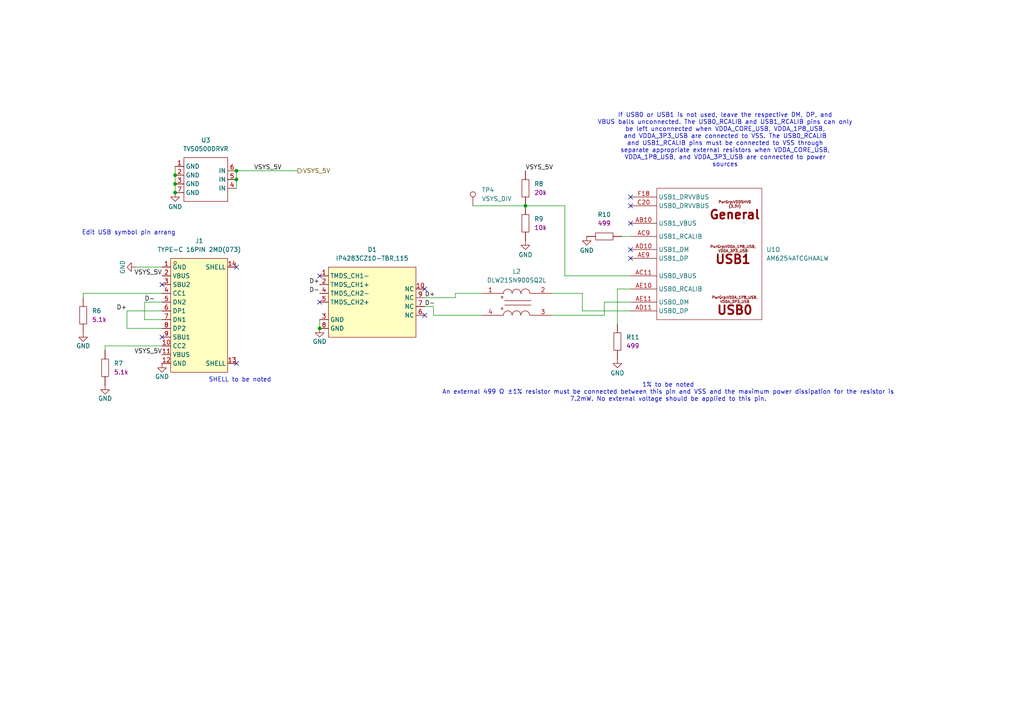
<source format=kicad_sch>
(kicad_sch (version 20250114) (generator "eeschema") (generator_version "9.0")
  (paper "A4")
  (text "Edit USB symbol pin arrang\n" (at 37.338 67.564 0) (effects (font (size 1.27 1.27))))
  (text "If USB0 or USB1 is not used, leave the respective DM, DP, and\nVBUS balls unconnected. The USB0_RCALIB and USB1_RCALIB pins can only\nbe left unconnected when VDDA_CORE_USB, VDDA_1P8_USB,\nand VDDA_3P3_USB are connected to VSS. The USB0_RCALIB\nand USB1_RCALIB pins must be connected to VSS through\nseparate appropriate external resistors when VDDA_CORE_USB,\nVDDA_1P8_USB, and VDDA_3P3_USB are connected to power\nsources" (at 210.312 40.64 0) (effects (font (size 1.27 1.27))))
  (text "SHELL to be noted\n" (at 69.596 110.236 0) (effects (font (size 1.27 1.27))))
  (text "1% to be noted\nAn external 499 Ω ±1% resistor must be connected between this pin and VSS and the maximum power dissipation for the resistor is\n7.2mW. No external voltage should be applied to this pin." (at 193.802 113.792 0) (effects (font (size 1.27 1.27))))
  (junction (at 152.4 59.69))
  (junction (at 68.58 49.53))
  (junction (at 50.8 53.34))
  (junction (at 50.8 55.88))
  (junction (at 68.58 52.07))
  (junction (at 92.71 95.25))
  (junction (at 50.8 50.8))
  (no_connect (at 92.71 80.01))
  (no_connect (at 68.58 77.47))
  (no_connect (at 123.19 83.82))
  (no_connect (at 46.99 82.55))
  (no_connect (at 123.19 91.44))
  (no_connect (at 182.88 74.93))
  (no_connect (at 182.88 59.69))
  (no_connect (at 182.88 57.15))
  (no_connect (at 182.88 64.77))
  (no_connect (at 182.88 72.39))
  (no_connect (at 92.71 87.63))
  (no_connect (at 46.99 97.79))
  (no_connect (at 68.58 105.41))
  (wire (pts (xy 50.8 50.8) (xy 50.8 53.34)))
  (wire (pts (xy 168.91 90.17) (xy 182.88 90.17)))
  (wire (pts (xy 30.48 100.33) (xy 46.99 100.33)))
  (wire (pts (xy 39.37 77.47) (xy 46.99 77.47)))
  (wire (pts (xy 163.83 59.69) (xy 152.4 59.69)))
  (wire (pts (xy 125.73 91.44) (xy 125.73 88.9)))
  (wire (pts (xy 24.13 86.36) (xy 24.13 85.09)))
  (wire (pts (xy 68.58 49.53) (xy 68.58 52.07)))
  (wire (pts (xy 160.02 85.09) (xy 168.91 85.09)))
  (wire (pts (xy 163.83 80.01) (xy 163.83 59.69)))
  (wire (pts (xy 132.08 86.36) (xy 123.19 86.36)))
  (wire (pts (xy 179.07 93.98) (xy 179.07 83.82)))
  (wire (pts (xy 92.71 92.71) (xy 92.71 95.25)))
  (wire (pts (xy 41.91 87.63) (xy 46.99 87.63)))
  (wire (pts (xy 125.73 88.9) (xy 123.19 88.9)))
  (wire (pts (xy 68.58 52.07) (xy 68.58 54.61)))
  (wire (pts (xy 160.02 91.44) (xy 175.26 91.44)))
  (wire (pts (xy 36.83 95.25) (xy 46.99 95.25)))
  (wire (pts (xy 180.34 68.58) (xy 182.88 68.58)))
  (wire (pts (xy 46.99 92.71) (xy 41.91 92.71)))
  (wire (pts (xy 175.26 87.63) (xy 182.88 87.63)))
  (wire (pts (xy 24.13 85.09) (xy 46.99 85.09)))
  (wire (pts (xy 168.91 85.09) (xy 168.91 90.17)))
  (wire (pts (xy 50.8 53.34) (xy 50.8 55.88)))
  (wire (pts (xy 46.99 90.17) (xy 36.83 90.17)))
  (wire (pts (xy 139.7 91.44) (xy 125.73 91.44)))
  (wire (pts (xy 50.8 48.26) (xy 50.8 50.8)))
  (wire (pts (xy 179.07 83.82) (xy 182.88 83.82)))
  (wire (pts (xy 41.91 92.71) (xy 41.91 87.63)))
  (wire (pts (xy 132.08 85.09) (xy 132.08 86.36)))
  (wire (pts (xy 182.88 80.01) (xy 163.83 80.01)))
  (wire (pts (xy 36.83 90.17) (xy 36.83 95.25)))
  (wire (pts (xy 137.16 59.69) (xy 152.4 59.69)))
  (wire (pts (xy 175.26 91.44) (xy 175.26 87.63)))
  (wire (pts (xy 30.48 101.6) (xy 30.48 100.33)))
  (wire (pts (xy 68.58 49.53) (xy 86.36 49.53)))
  (wire (pts (xy 139.7 85.09) (xy 132.08 85.09)))
  (label "VSYS_5V" (at 46.99 102.87 180))
  (label "D-" (at 123.19 88.9 0))
  (label "VSYS_5V" (at 152.4 49.53 0))
  (label "D+" (at 123.19 86.36 0))
  (label "VSYS_5V" (at 73.66 49.53 0))
  (label "D+" (at 92.71 82.55 180))
  (label "D-" (at 92.71 85.09 180))
  (label "D+" (at 36.83 90.17 180))
  (label "VSYS_5V" (at 46.99 80.01 180))
  (label "D-" (at 41.91 87.63 0))
  (hierarchical_label "VSYS_5V" (shape output) (at 86.36 49.53 0))
  (symbol (lib_id "pepy_sym_lib:[RES_SMD_0402_1005Metric]YAGEO RC0402FR-07499RL") (at 175.26 68.58 180) (unit 1)
    (property "Reference" "R10" (at 175.26 62.23 0))
    (property "Value" "RC0402FR-07499RL" (effects (hide yes)))
    (property "Footprint" "pepy_sym_lib:[RES_SMD_0402_1005Metric]" (effects (hide yes)))
    (property "Datasheet" "https://lcsc.com/product-detail/Chip-Resistor-Surface-Mount-UniOhm_0R-0R0-1_C17168.html" (effects (hide yes)))
    (property "Description" "62.5mW Thick Film Resistors 50V ±100ppm/℃ ±1% 499Ω 0402 Chip Resistor - Surface Mount ROHS" (effects (hide yes)))
    (property "LCSC Part" "C137970" (effects (hide yes)))
    (property "Nvalue" "499" (at 175.26 64.77 0))
    (property "Manufacturer" "YAGEO" (effects (hide yes)))
    (property "Package" "0402" (effects (hide yes)))
  )
  (symbol (lib_id "power:GND") (at 39.37 77.47 270) (unit 1)
    (property "Reference" "#PWR07" (effects (hide yes)))
    (property "Value" "GND" (at 35.56 77.47 0))
    (property "Description" "Power symbol creates a global label with name \"GND\" , ground" (effects (hide yes)))
  )
  (symbol (lib_id "pepy_sym_lib:[RES_SMD_0805_2012Metric]UNI-ROYAL(Uniroyal Elec) 0805W8F5101T5E") (at 30.48 106.68 90) (unit 1)
    (property "Reference" "R7" (at 33.02 105.4099 90) (effects (justify right)))
    (property "Value" "0805W8F5101T5E" (effects (hide yes)))
    (property "Footprint" "pepy_sym_lib:[RES_SMD_0805_2012Metric]" (effects (hide yes)))
    (property "Datasheet" "https://lcsc.com/product-detail/Chip-Resistor-Surface-Mount-UniOhm_5-1KR-5101-1_C27834.html" (effects (hide yes)))
    (property "Description" "125mW Thick Film Resistors 150V ±100ppm/℃ ±1% 5.1kΩ 0805 Chip Resistor - Surface Mount ROHS" (effects (hide yes)))
    (property "LCSC Part" "C27834" (effects (hide yes)))
    (property "Nvalue" "5.1k" (at 33.02 107.9499 90) (effects (justify right)))
    (property "Manufacturer" "UNI-ROYAL(Uniroyal Elec)" (effects (hide yes)))
    (property "Package" "0805" (effects (hide yes)))
  )
  (symbol (lib_id "pepy_sym_lib:[RES_SMD_0402_1005Metric]UNI-ROYAL(Uniroyal Elec) 0402WGF2002TCE") (at 152.4 54.61 90) (unit 1)
    (property "Reference" "R8" (at 154.94 53.3399 90) (effects (justify right)))
    (property "Value" "0402WGF2002TCE" (effects (hide yes)))
    (property "Footprint" "pepy_sym_lib:[RES_SMD_0402_1005Metric]" (effects (hide yes)))
    (property "Datasheet" "https://www.lcsc.com/product-detail/Chip-Resistor-Surface-Mount_UNI-ROYAL-Uniroyal-Elec-0402WGF2002TCE_C25765.html" (effects (hide yes)))
    (property "Description" "1/16W Thick Film Resistors 50V ±100ppm/℃ ±1% 20kΩ 0402 Chip Resistor - Surface Mount ROHS" (effects (hide yes)))
    (property "LCSC Part" "C25765" (effects (hide yes)))
    (property "Nvalue" "20k" (at 154.94 55.8799 90) (effects (justify right)))
    (property "Manufacturer" "YAGEO" (effects (hide yes)))
    (property "Package" "0402" (effects (hide yes)))
  )
  (symbol (lib_id "pepy_sym_lib:[ESD_PROT]Nexperia IP4283CZ10-TBR,115") (at 107.95 85.09 0) (unit 1)
    (property "Reference" "D1" (at 107.95 72.39 0))
    (property "Value" "IP4283CZ10-TBR,115" (at 107.95 74.93 0))
    (property "Footprint" "pepy_sym_lib:[ESD_PROT]Nexperia IP4283CZ10-TBR,115" (effects (hide yes)))
    (property "Datasheet" "https://lcsc.com/product-detail/presales_Nexperia-IP4283CZ10-TBR-115_C551514.html" (effects (hide yes)))
    (property "Description" "9.5V 6V 5.5V DFN2510-10 ESD and Surge Protection (TVS/ESD) ROHS" (effects (hide yes)))
    (property "LCSC Part" "C551514" (effects (hide yes)))
    (property "Manufacturer" "Nexperia" (effects (hide yes)))
    (property "Package" "SOT1176-1" (effects (hide yes)))
  )
  (symbol (lib_id "pepy_sym_lib:[USB_C_16P_RA_FEMALE]SHOU HAN TYPE-C 16PIN 2MD(073)") (at 58.42 91.44 0) (unit 1)
    (property "Reference" "J1" (at 57.785 69.85 0))
    (property "Value" "TYPE-C 16PIN 2MD(073)" (at 57.785 72.39 0))
    (property "Footprint" "pepy_sym_lib:[USB_C_16P_RA_FEMALE]SHOU HAN TYPE-C 16PIN 2MD(073)" (effects (hide yes)))
    (property "Datasheet" "https://www.lcsc.com/product-detail/USB-Connectors_SHOU-HAN-TYPE-C-16PIN-2MD-073_C2765186.html" (effects (hide yes)))
    (property "Description" "5A 1 Horizontal attachment 16P Female -25℃~+85℃ Type-C SMD USB Connectors ROHS" (effects (hide yes)))
    (property "LCSC Part" "C2765186" (effects (hide yes)))
    (property "Manufacturer" "SHOU HAN" (effects (hide yes)))
  )
  (symbol (lib_id "pepy_sym_lib:[CPU]Texas Instruments AM6254ATCGHAALW") (at 204.47 54.61 180) (unit 15)
    (property "Reference" "U1" (at 222.25 72.3899 0) (effects (justify right)))
    (property "Value" "AM6254ATCGHAALW" (at 222.25 74.9299 0) (effects (justify right)))
    (property "Footprint" "pepy_sym_lib:[CPU]Texas Instruments AM6254ATCGHAALW" (effects (hide yes)))
    (property "Datasheet" "https://www.ti.com/lit/ds/symlink/am625.pdf?ts=1740314582358&ref_url=https%253A%252F%252Fwww.ti.com%252Fmicrocontrollers-mcus-processors%252Farm-based-processors%252Fproducts.html" (effects (hide yes)))
    (property "Description" "1400MHz FCCSP(ALW)-425 Microcontrollers (MCU/MPU/SOC) ROHS" (effects (hide yes)))
    (property "LCSC Part" "C5218241" (effects (hide yes)))
    (property "Manufacturer" "Texas Instruments" (effects (hide yes)))
  )
  (symbol (lib_id "pepy_sym_lib:[TEST_POINT]TestPoint") (at 137.16 59.69 0) (unit 1) (in_bom no)
    (property "Reference" "TP4" (at 139.7 55.1179 0) (effects (justify left)))
    (property "Value" "VSYS_DIV" (at 139.7 57.6579 0) (effects (justify left)))
    (property "Footprint" "pepy_sym_lib:[TEST_POINT]TestPoint_Pad_D1.0mm" (effects (hide yes)))
    (property "Description" "General test point" (effects (hide yes)))
  )
  (symbol (lib_id "pepy_sym_lib:[ESD_PROT]Texas Instruments TVS0500DRVR") (at 59.69 52.07 0) (unit 1)
    (property "Reference" "U3" (at 59.69 40.64 0))
    (property "Value" "TVS0500DRVR" (at 59.69 43.18 0))
    (property "Footprint" "pepy_sym_lib:[ESD_PROT]Texas Instruments TVS0500DRVR" (effects (hide yes)))
    (property "Datasheet" "https://www.lcsc.com/product-detail/ESD-and-Surge-Protection-TVS-ESD_Texas-Instruments-TVS0500DRVR_C609571.html?s_z=n_TVS0500DRVR" (effects (hide yes)))
    (property "Description" "9.5V 400W 7.5V 5V WSON-6(2x2) ESD and Surge Protection (TVS/ESD) ROHS" (effects (hide yes)))
    (property "LCSC Part" "C609571" (effects (hide yes)))
  )
  (symbol (lib_id "power:GND") (at 24.13 96.52 0) (unit 1)
    (property "Reference" "#PWR05" (effects (hide yes)))
    (property "Value" "GND" (at 24.13 100.33 0))
    (property "Description" "Power symbol creates a global label with name \"GND\" , ground" (effects (hide yes)))
  )
  (symbol (lib_id "power:GND") (at 92.71 95.25 0) (unit 1)
    (property "Reference" "#PWR010" (effects (hide yes)))
    (property "Value" "GND" (at 92.71 99.06 0))
    (property "Description" "Power symbol creates a global label with name \"GND\" , ground" (effects (hide yes)))
  )
  (symbol (lib_id "power:GND") (at 50.8 55.88 0) (unit 1)
    (property "Reference" "#PWR09" (effects (hide yes)))
    (property "Value" "GND" (at 50.8 59.944 0))
    (property "Description" "Power symbol creates a global label with name \"GND\" , ground" (effects (hide yes)))
  )
  (symbol (lib_id "pepy_sym_lib:[RES_SMD_0402_1005Metric]YAGEO RC0402FR-07499RL") (at 179.07 99.06 90) (unit 1)
    (property "Reference" "R11" (at 181.61 97.7899 90) (effects (justify right)))
    (property "Value" "RC0402FR-07499RL" (effects (hide yes)))
    (property "Footprint" "pepy_sym_lib:[RES_SMD_0402_1005Metric]" (effects (hide yes)))
    (property "Datasheet" "https://lcsc.com/product-detail/Chip-Resistor-Surface-Mount-UniOhm_0R-0R0-1_C17168.html" (effects (hide yes)))
    (property "Description" "62.5mW Thick Film Resistors 50V ±100ppm/℃ ±1% 499Ω 0402 Chip Resistor - Surface Mount ROHS" (effects (hide yes)))
    (property "LCSC Part" "C137970" (effects (hide yes)))
    (property "Nvalue" "499" (at 181.61 100.3299 90) (effects (justify right)))
    (property "Manufacturer" "YAGEO" (effects (hide yes)))
    (property "Package" "0402" (effects (hide yes)))
  )
  (symbol (lib_id "pepy_sym_lib:[COMMON_MODE_FILTER]Murata Electronics DLW21SN900SQ2L") (at 149.86 88.9 0) (unit 1)
    (property "Reference" "L2" (at 149.86 78.74 0))
    (property "Value" "DLW21SN900SQ2L" (at 149.86 81.28 0))
    (property "Footprint" "pepy_sym_lib:[COMMON_MODE_FILTER]Murata Electronics DLW21SN900SQ2L" (effects (hide yes)))
    (property "Datasheet" "https://lcsc.com/product-detail/LINE-Filter_muRata_DLW21SN900SQ2L_DLW21SN900SQ2L_C97856.html" (effects (hide yes)))
    (property "Description" "90Ω@100MHz 350mΩ 2 SMD Common Mode Filters ROHS" (effects (hide yes)))
    (property "LCSC Part" "C97856" (effects (hide yes)))
    (property "Manufacturer" " Murata Electronics" (effects (hide yes)))
  )
  (symbol (lib_id "power:GND") (at 30.48 111.76 0) (unit 1)
    (property "Reference" "#PWR06" (effects (hide yes)))
    (property "Value" "GND" (at 30.48 115.57 0))
    (property "Description" "Power symbol creates a global label with name \"GND\" , ground" (effects (hide yes)))
  )
  (symbol (lib_id "power:GND") (at 46.99 105.41 0) (unit 1)
    (property "Reference" "#PWR08" (effects (hide yes)))
    (property "Value" "GND" (at 46.99 109.22 0))
    (property "Description" "Power symbol creates a global label with name \"GND\" , ground" (effects (hide yes)))
  )
  (symbol (lib_id "pepy_sym_lib:[RES_SMD_0805_2012Metric]UNI-ROYAL(Uniroyal Elec) 0805W8F1002T5E") (at 152.4 64.77 90) (unit 1)
    (property "Reference" "R9" (at 154.94 63.4999 90) (effects (justify right)))
    (property "Value" "0805W8F1002T5E" (effects (hide yes)))
    (property "Footprint" "pepy_sym_lib:[RES_SMD_0805_2012Metric]" (effects (hide yes)))
    (property "Datasheet" "https://lcsc.com/product-detail/Chip-Resistor-Surface-Mount-UniOhm_10KR-1002-1_C17414.html" (effects (hide yes)))
    (property "Description" "125mW Thick Film Resistors 150V ±100ppm/℃ ±1% 10kΩ 0805 Chip Resistor - Surface Mount ROHS" (effects (hide yes)))
    (property "LCSC Part" "C17414" (effects (hide yes)))
    (property "Manufacturer" "UNI-ROYAL(Uniroyal Elec)" (effects (hide yes)))
    (property "Package" "0805" (effects (hide yes)))
    (property "Nvalue" "10k" (at 154.94 66.0399 90) (effects (justify right)))
  )
  (symbol (lib_id "pepy_sym_lib:[RES_SMD_0805_2012Metric]UNI-ROYAL(Uniroyal Elec) 0805W8F5101T5E") (at 24.13 91.44 90) (unit 1)
    (property "Reference" "R6" (at 26.67 90.1699 90) (effects (justify right)))
    (property "Value" "0805W8F5101T5E" (effects (hide yes)))
    (property "Footprint" "pepy_sym_lib:[RES_SMD_0805_2012Metric]" (effects (hide yes)))
    (property "Datasheet" "https://lcsc.com/product-detail/Chip-Resistor-Surface-Mount-UniOhm_5-1KR-5101-1_C27834.html" (effects (hide yes)))
    (property "Description" "125mW Thick Film Resistors 150V ±100ppm/℃ ±1% 5.1kΩ 0805 Chip Resistor - Surface Mount ROHS" (effects (hide yes)))
    (property "LCSC Part" "C27834" (effects (hide yes)))
    (property "Nvalue" "5.1k" (at 26.67 92.7099 90) (effects (justify right)))
    (property "Manufacturer" "UNI-ROYAL(Uniroyal Elec)" (effects (hide yes)))
    (property "Package" "0805" (effects (hide yes)))
  )
  (symbol (lib_id "power:GND") (at 179.07 104.14 0) (unit 1)
    (property "Reference" "#PWR013" (effects (hide yes)))
    (property "Value" "GND" (at 179.07 108.204 0))
    (property "Description" "Power symbol creates a global label with name \"GND\" , ground" (effects (hide yes)))
  )
  (symbol (lib_id "power:GND") (at 170.18 68.58 0) (unit 1)
    (property "Reference" "#PWR012" (effects (hide yes)))
    (property "Value" "GND" (at 170.18 72.644 0))
    (property "Description" "Power symbol creates a global label with name \"GND\" , ground" (effects (hide yes)))
  )
  (symbol (lib_id "power:GND") (at 152.4 69.85 0) (unit 1)
    (property "Reference" "#PWR011" (effects (hide yes)))
    (property "Value" "GND" (at 152.4 73.914 0))
    (property "Description" "Power symbol creates a global label with name \"GND\" , ground" (effects (hide yes)))
  )
)
</source>
